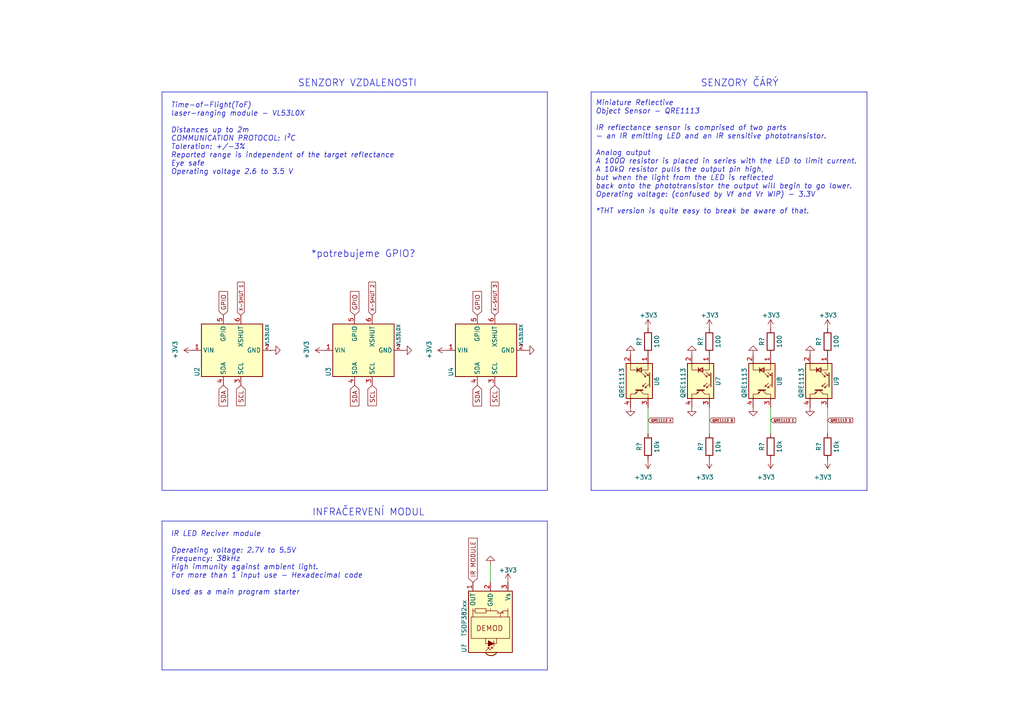
<source format=kicad_sch>
(kicad_sch (version 20230121) (generator eeschema)
  (paper "A4")
  (lib_symbols
    (symbol "+3V3_1" (power) (pin_names (offset 0))
      (property "Value" "+3V3_1" (at 0 3.556 0))
      (symbol "+3V3_1_0_1"
        (polyline (pts (xy -0.762 1.27) (xy 0 2.54)))
        (polyline (pts (xy 0 0) (xy 0 2.54)))
        (polyline (pts (xy 0 2.54) (xy 0.762 1.27)))
      )
      (symbol "+3V3_1_1_1"
        (pin power_in line (at 0 0 90) (length 0) hide (name "+3V3") (number "1"))
      )
    )
    (symbol "Device:R" (pin_numbers hide) (pin_names (offset 0))
      (property "Reference" "R" (at 2.032 0 90))
      (property "Value" "R" (at 0 0 90))
      (symbol "R_0_1"
        (rectangle (start -1.016 -2.54) (end 1.016 2.54) (stroke (width 0.254)))
      )
      (symbol "R_1_1"
        (pin passive line (at 0 3.81 270) (length 1.27) (name "~") (number "1"))
        (pin passive line (at 0 -3.81 90) (length 1.27) (name "~") (number "2"))
      )
    )
    (symbol "GND_1" (power) (pin_names (offset 0))
      (property "Value" "GND_1" (at 0 -3.81 0))
      (symbol "GND_1_0_1"
        (polyline (pts (xy 0 0) (xy 0 -1.27) (xy 1.27 -1.27) (xy 0 -2.54) (xy -1.27 -1.27) (xy 0 -1.27)))
      )
      (symbol "GND_1_1_1"
        (pin power_in line (at 0 0 270) (length 0) hide (name "GND") (number "1"))
      )
    )
    (symbol "Interface_Optical:TSOP382xx"
      (property "Reference" "U5" (at -7.62 7.62 0))
      (property "Value" "TSOP382xx" (at 5.08 7.62 0))
      (symbol "TSOP382xx_0_0"
        (arc (start -10.287 1.397) (mid -11.0899 -0.1852) (end -10.287 -1.778) (stroke (width 0.254)) (fill (type background)))
        (polyline (pts (xy 1.905 -5.08) (xy 0.127 -5.08)))
        (polyline (pts (xy 1.905 5.08) (xy 0.127 5.08)))
        (text "DEMOD" (at -3.175 0.254 900) (effects (font (size 1.524 1.524))))
      )
      (symbol "TSOP382xx_0_1"
        (rectangle (start -6.096 5.588) (end 0.127 -5.588))
        (polyline (pts (xy -8.763 0.381) (xy -9.652 1.27)))
        (polyline (pts (xy -8.763 0.381) (xy -9.271 0.381)))
        (polyline (pts (xy -8.763 0.381) (xy -8.763 0.889)))
        (polyline (pts (xy -8.636 -0.635) (xy -9.525 0.254)))
        (polyline (pts (xy -8.636 -0.635) (xy -9.144 -0.635)))
        (polyline (pts (xy -8.636 -0.635) (xy -8.636 -0.127)))
        (polyline (pts (xy -8.382 -1.016) (xy -6.731 -1.016)))
        (polyline (pts (xy 1.27 -2.921) (xy 0.127 -2.921)))
        (polyline (pts (xy 1.27 -1.905) (xy 1.27 -3.81)))
        (polyline (pts (xy 1.397 -3.556) (xy 1.524 -3.556)))
        (polyline (pts (xy 1.651 -3.556) (xy 1.524 -3.556)))
        (polyline (pts (xy 1.651 -3.556) (xy 1.651 -3.302)))
        (polyline (pts (xy 1.905 0) (xy 1.905 1.27)))
        (polyline (pts (xy 1.905 4.445) (xy 1.905 5.08) (xy 2.54 5.08)))
        (polyline (pts (xy -8.382 0.635) (xy -6.731 0.635) (xy -7.62 -1.016) (xy -8.382 0.635)) (fill (type outline)))
        (polyline (pts (xy -6.096 1.397) (xy -7.62 1.397) (xy -7.62 -1.778) (xy -6.096 -1.778)))
        (polyline (pts (xy 1.27 -3.175) (xy 1.905 -3.81) (xy 1.905 -5.08) (xy 2.54 -5.08)))
        (polyline (pts (xy 1.27 -2.54) (xy 1.905 -1.905) (xy 1.905 0) (xy 2.54 0)))
        (rectangle (start 2.54 1.27) (end 1.27 4.445))
        (rectangle (start 7.62 6.35) (end -10.16 -6.35) (stroke (width 0.254)) (fill (type background)))
      )
      (symbol "TSOP382xx_1_1"
        (pin output line (at 10.16 5.08 180) (length 2.54) (name "OUT") (number "1"))
        (pin power_in line (at 10.16 0 180) (length 2.54) (name "GND") (number "2"))
        (pin power_in line (at 10.16 -5.08 180) (length 2.54) (name "Vs") (number "3"))
      )
    )
    (symbol "Sensor_Proximity:QRE1113" (pin_names (offset 0.0254) hide)
      (property "Reference" "U" (at -3.81 5.08 0))
      (property "Value" "QRE1113" (at 8.89 5.08 0))
      (symbol "QRE1113_0_1"
        (polyline (pts (xy -3.81 -0.635) (xy -2.54 -0.635)) (stroke (width 0.254)))
        (polyline (pts (xy -2.286 2.921) (xy -2.032 3.175)))
        (polyline (pts (xy -1.778 2.921) (xy -1.524 3.175)))
        (polyline (pts (xy -1.524 2.667) (xy -1.651 2.159)))
        (polyline (pts (xy -1.27 2.921) (xy -1.016 3.175)))
        (polyline (pts (xy -1.143 1.905) (xy -1.27 1.397)))
        (polyline (pts (xy -0.762 2.921) (xy -0.508 3.175)))
        (polyline (pts (xy -0.254 2.921) (xy 0 3.175)))
        (polyline (pts (xy 0.254 2.921) (xy 0.508 3.175)))
        (polyline (pts (xy 0.762 2.921) (xy 1.016 3.175)))
        (polyline (pts (xy 1.27 2.921) (xy 1.524 3.175)))
        (polyline (pts (xy 1.651 0.889) (xy 1.143 1.016)))
        (polyline (pts (xy 1.778 2.921) (xy -2.413 2.921)))
        (polyline (pts (xy 2.032 1.651) (xy 1.524 1.778)))
        (polyline (pts (xy 2.667 -0.127) (xy 3.81 -1.27)))
        (polyline (pts (xy 2.667 0.127) (xy 3.81 1.27)))
        (polyline (pts (xy -2.54 1.651) (xy -1.524 2.667) (xy -2.032 2.54)))
        (polyline (pts (xy -2.159 0.889) (xy -1.143 1.905) (xy -1.651 1.778)))
        (polyline (pts (xy 0.635 1.905) (xy 1.651 0.889) (xy 1.524 1.397)))
        (polyline (pts (xy 1.016 2.667) (xy 2.032 1.651) (xy 1.905 2.159)))
        (polyline (pts (xy 2.667 1.016) (xy 2.667 -1.016) (xy 2.667 -1.016)) (stroke (width 0.3556)))
        (polyline (pts (xy 3.81 -1.27) (xy 3.81 -2.54) (xy 5.08 -2.54)))
        (polyline (pts (xy 3.81 1.27) (xy 3.81 2.54) (xy 5.08 2.54)))
        (polyline (pts (xy -5.08 -2.54) (xy -3.175 -2.54) (xy -3.175 2.54) (xy -5.08 2.54)))
        (polyline (pts (xy -3.175 -0.635) (xy -3.81 0.635) (xy -2.54 0.635) (xy -3.175 -0.635)) (stroke (width 0.254)))
        (polyline (pts (xy 3.683 -1.143) (xy 3.429 -0.635) (xy 3.175 -0.889) (xy 3.683 -1.143)))
        (polyline (pts (xy -5.08 -3.81) (xy 5.08 -3.81) (xy 5.08 3.81) (xy -5.08 3.81) (xy -5.08 -3.81)) (stroke (width 0.254)) (fill (type background)))
      )
      (symbol "QRE1113_1_1"
        (pin passive line (at -7.62 2.54 0) (length 2.54) (name "A") (number "1"))
        (pin passive line (at -7.62 -2.54 0) (length 2.54) (name "K") (number "2"))
        (pin open_collector line (at 7.62 2.54 180) (length 2.54) (name "~") (number "3"))
        (pin open_emitter line (at 7.62 -2.54 180) (length 2.54) (name "~") (number "4"))
      )
    )
    (symbol "power:+3V3" (power) (pin_names (offset 0))
      (property "Value" "+3V3" (at 0 3.556 0))
      (symbol "+3V3_0_1"
        (polyline (pts (xy -0.762 1.27) (xy 0 2.54)))
        (polyline (pts (xy 0 0) (xy 0 2.54)))
        (polyline (pts (xy 0 2.54) (xy 0.762 1.27)))
      )
      (symbol "+3V3_1_1"
        (pin power_in line (at 0 0 90) (length 0) hide (name "+3V3") (number "1"))
      )
    )
    (symbol "power:GND" (power) (pin_names (offset 0))
      (property "Value" "GND" (at 0 -3.81 0))
      (symbol "GND_0_1"
        (polyline (pts (xy 0 0) (xy 0 -1.27) (xy 1.27 -1.27) (xy 0 -2.54) (xy -1.27 -1.27) (xy 0 -1.27)))
      )
      (symbol "GND_1_1"
        (pin power_in line (at 0 0 270) (length 0) hide (name "GND") (number "1"))
      )
    )
    (symbol "sumec_library:GY-530_VL53L0X"
      (property "Reference" "U" (at -7.62 10.16 0))
      (property "Value" "VL53L0X" (at 7.62 -10.16 0))
      (symbol "GY-530_VL53L0X_0_1"
        (rectangle (start -7.62 8.89) (end 7.62 -8.89) (stroke (width 0.254)) (fill (type background)))
      )
      (symbol "GY-530_VL53L0X_1_1"
        (pin power_in line (at 0 11.43 270) (length 2.54) (name "VIN") (number "1"))
        (pin power_in line (at 0 -11.43 90) (length 2.54) (name "GND") (number "2"))
        (pin input line (at -10.16 -2.54 0) (length 2.54) (name "SCL") (number "3"))
        (pin bidirectional line (at -10.16 2.54 0) (length 2.54) (name "SDA") (number "4"))
        (pin open_collector line (at 10.16 2.54 180) (length 2.54) (name "GPIO") (number "5"))
        (pin input line (at 10.16 -2.54 180) (length 2.54) (name "XSHUT") (number "6"))
      )
    )
  )
  (wire (pts (xy 187.96 118.11) (xy 187.96 125.73)))
  (polyline (pts (xy 158.75 194.31) (xy 46.99 194.31)))
  (polyline (pts (xy 46.99 26.67) (xy 158.75 26.67)))
  (polyline (pts (xy 251.46 26.67) (xy 251.46 142.24)))
  (polyline (pts (xy 158.75 26.67) (xy 158.75 142.24)))
  (polyline (pts (xy 158.75 194.31) (xy 158.75 151.13)))
  (polyline (pts (xy 46.99 151.13) (xy 158.75 151.13)))
  (wire (pts (xy 223.52 118.11) (xy 223.52 125.73)))
  (polyline (pts (xy 171.45 26.67) (xy 251.46 26.67)))
  (wire (pts (xy 240.03 118.11) (xy 240.03 125.73)))
  (wire (pts (xy 205.74 118.11) (xy 205.74 125.73)))
  (polyline (pts (xy 171.45 142.24) (xy 251.46 142.24)))
  (polyline (pts (xy 46.99 142.24) (xy 46.99 26.67)))
  (polyline (pts (xy 171.45 26.67) (xy 171.45 142.24)))
  (wire (pts (xy 142.24 168.91) (xy 142.24 163.83)))
  (polyline (pts (xy 46.99 194.31) (xy 46.99 151.13)))
  (polyline (pts (xy 46.99 142.24) (xy 158.75 142.24)))
  (text "INFRAČERVENÍ MODUL" (at 123.19 149.86 0) (effects (font (size 2 2)) (justify right bottom)))
  (text "Time-of-Flight(ToF)\nlaser-ranging module - VL53L0X \n\nDistances up to 2m\nCOMMUNICATION PROTOCOL: I²C \nToleration: +/-3%\nReported range is independent of the target reflectance\nEye safe\nOperating voltage 2.6 to 3.5 V" (at 49.53 50.8 0) (effects (font (size 1.5 1.5) italic) (justify left bottom)))
  (text "*potrebujeme GPIO?" (at 90.17 74.93 0) (effects (font (size 2 2)) (justify left bottom)))
  (text "IR LED Reciver module\n\nOperating voltage: 2.7V to 5.5V\nFrequency: 38kHz \nHigh immunity against ambient light. \nFor more than 1 input use - Hexadecimal code\n\nUsed as a main program starter\n" (at 49.53 172.72 0) (effects (font (size 1.5 1.5) italic) (justify left bottom)))
  (text "SENZORY VZDALENOSTI" (at 86.36 25.4 0) (effects (font (size 2 2)) (justify left bottom)))
  (text "Miniature Reflective\nObject Sensor - QRE1113\n\nIR reflectance sensor is comprised of two parts \n- an IR emitting LED and an IR sensitive phototransistor.\n\nAnalog output\nA 100Ω resistor is placed in series with the LED to limit current.\nA 10kΩ resistor pulls the output pin high, \nbut when the light from the LED is reflected \nback onto the phototransistor the output will begin to go lower.\nOperating voltage: (confused by Vf and Vr WIP) - 3.3V\n\n*THT version is quite easy to break be aware of that." (at 172.72 62.23 0) (effects (font (size 1.5 1.5) italic) (justify left bottom)))
  (text "SENZORY ČÁRÝ\n" (at 203.2 25.4 0) (effects (font (size 2 2)) (justify left bottom)))
  (global_label "QRE1113 B" (shape input) (at 205.74 121.92 0) (effects (font (size 0.7 0.7))) (property "Intersheetrefs" "${INTERSHEET_REFS}" (effects hide)))
  (global_label "IR MODULE" (shape input) (at 137.16 168.91 90) (property "Intersheetrefs" "${INTERSHEET_REFS}" (effects hide)))
  (global_label "X-SHUT 1" (shape input) (at 69.85 91.44 90) (effects (font (size 1 1))) (property "Intersheetrefs" "${INTERSHEET_REFS}" (effects hide)))
  (global_label "GPIO" (shape input) (at 64.77 91.44 90) (property "Intersheetrefs" "${INTERSHEET_REFS}" (effects hide)))
  (global_label "QRE1113 D" (shape input) (at 240.03 121.92 0) (effects (font (size 0.7 0.7))) (property "Intersheetrefs" "${INTERSHEET_REFS}" (effects hide)))
  (global_label "SCL" (shape input) (at 107.95 111.76 270) (property "Intersheetrefs" "${INTERSHEET_REFS}" (effects hide)))
  (global_label "SDA" (shape input) (at 64.77 111.76 270) (property "Intersheetrefs" "${INTERSHEET_REFS}" (effects hide)))
  (global_label "GPIO" (shape input) (at 138.43 91.44 90) (property "Intersheetrefs" "${INTERSHEET_REFS}" (effects hide)))
  (global_label "GPIO" (shape input) (at 102.87 91.44 90) (property "Intersheetrefs" "${INTERSHEET_REFS}" (effects hide)))
  (global_label "SCL" (shape input) (at 69.85 111.76 270) (property "Intersheetrefs" "${INTERSHEET_REFS}" (effects hide)))
  (global_label "SCL" (shape input) (at 143.51 111.76 270) (property "Intersheetrefs" "${INTERSHEET_REFS}" (effects hide)))
  (global_label "SDA" (shape input) (at 102.87 111.76 270) (property "Intersheetrefs" "${INTERSHEET_REFS}" (effects hide)))
  (global_label "QRE1113 A" (shape input) (at 187.96 121.92 0) (effects (font (size 0.7 0.7))) (property "Intersheetrefs" "${INTERSHEET_REFS}" (effects hide)))
  (global_label "X-SHUT 2" (shape input) (at 107.95 91.44 90) (effects (font (size 1 1))) (property "Intersheetrefs" "${INTERSHEET_REFS}" (effects hide)))
  (global_label "X-SHUT 3" (shape input) (at 143.51 91.44 90) (effects (font (size 1 1))) (property "Intersheetrefs" "${INTERSHEET_REFS}" (effects hide)))
  (global_label "SDA" (shape input) (at 138.43 111.76 270) (property "Intersheetrefs" "${INTERSHEET_REFS}" (effects hide)))
  (global_label "QRE1113 C" (shape input) (at 223.52 121.92 0) (effects (font (size 0.7 0.7))) (property "Intersheetrefs" "${INTERSHEET_REFS}" (effects hide)))
  (symbol (lib_id "Device:R") (at 187.96 99.06 180) (unit 1)
    (property "Reference" "R?" (at 185.42 99.06 90))
    (property "Value" "100" (at 190.5 99.06 90))
    (property "Footprint" "Resistor_THT:R_Axial_DIN0207_L6.3mm_D2.5mm_P10.16mm_Horizontal" (effects hide))
    (instances (project "sumec" (path "" (reference "R?") (unit 1)) (path "" (reference "R2") (unit 1))))
  )
  (symbol (lib_id "power:GND") (at 116.84 101.6 90) (unit 1)
    (property "Reference" "#PWR?" (effects hide))
    (property "Value" "GND" (effects hide))
    (instances (project "sumec" (path "" (reference "#PWR?") (unit 1)) (path "" (reference "#PWR010") (unit 1))))
  )
  (symbol (lib_id "power:+3V3") (at 55.88 101.6 90) (unit 1)
    (property "Reference" "#PWR?" (effects hide))
    (property "Value" "+3V3" (at 50.8 104.14 0) (effects (justify left)))
    (instances (project "sumec" (path "" (reference "#PWR?") (unit 1)) (path "" (reference "#PWR07") (unit 1))))
  )
  (symbol (lib_name "GND_1") (lib_id "power:GND") (at 200.66 118.11 0) (unit 1)
    (property "Reference" "#PWR019" (effects hide))
    (property "Value" "GND" (effects hide))
  )
  (symbol (lib_id "power:+3V3") (at 205.74 133.35 180) (unit 1)
    (property "Reference" "#PWR?" (effects hide))
    (property "Value" "+3V3" (at 207.01 138.43 0) (effects (justify left)))
    (instances (project "sumec" (path "" (reference "#PWR?") (unit 1)) (path "" (reference "#PWR020") (unit 1))))
  )
  (symbol (lib_id "power:GND") (at 78.74 101.6 90) (unit 1)
    (property "Reference" "#PWR?" (effects hide))
    (property "Value" "GND" (effects hide))
    (instances (project "sumec" (path "" (reference "#PWR?") (unit 1)) (path "" (reference "#PWR08") (unit 1))))
  )
  (symbol (lib_id "power:+3V3") (at 240.03 95.25 0) (unit 1)
    (property "Reference" "#PWR?" (effects hide))
    (property "Value" "+3V3" (at 237.49 91.44 0) (effects (justify left)))
    (instances (project "sumec" (path "" (reference "#PWR?") (unit 1)) (path "" (reference "#PWR037") (unit 1))))
  )
  (symbol (lib_id "power:+3V3") (at 223.52 95.25 0) (unit 1)
    (property "Reference" "#PWR?" (effects hide))
    (property "Value" "+3V3" (at 220.98 91.44 0) (effects (justify left)))
    (instances (project "sumec" (path "" (reference "#PWR?") (unit 1)) (path "" (reference "#PWR036") (unit 1))))
  )
  (symbol (lib_id "Device:R") (at 240.03 129.54 180) (unit 1)
    (property "Reference" "R?" (at 237.49 129.54 90))
    (property "Value" "10k" (at 242.57 129.54 90))
    (property "Footprint" "Resistor_THT:R_Axial_DIN0207_L6.3mm_D2.5mm_P10.16mm_Horizontal" (effects hide))
    (instances (project "sumec" (path "" (reference "R?") (unit 1)) (path "" (reference "R9") (unit 1))))
  )
  (symbol (lib_id "sumec_library:GY-530_VL53L0X") (at 140.97 101.6 90) (unit 1)
    (property "Reference" "U4" (at 130.81 109.22 0) (effects (justify left)))
    (property "Value" "VL53L0X" (at 151.13 93.98 0) (effects (font (size 1 1)) (justify right)))
    (property "Footprint" "sumec_library:GY-530 VL53L0X" (effects hide))
  )
  (symbol (lib_id "Device:R") (at 240.03 99.06 180) (unit 1)
    (property "Reference" "R?" (at 237.49 99.06 90))
    (property "Value" "100" (at 242.57 99.06 90))
    (property "Footprint" "Resistor_THT:R_Axial_DIN0207_L6.3mm_D2.5mm_P10.16mm_Horizontal" (effects hide))
    (instances (project "sumec" (path "" (reference "R?") (unit 1)) (path "" (reference "R8") (unit 1))))
  )
  (symbol (lib_id "Interface_Optical:TSOP382xx") (at 142.24 179.07 90) (unit 1)
    (property "Reference" "U?" (at 134.62 186.69 0) (effects (justify right)))
    (property "Value" "TSOP382xx" (at 134.62 173.99 0) (effects (justify right)))
    (property "Footprint" "Connector_PinSocket_2.54mm:PinSocket_1x03_P2.54mm_Vertical" (effects hide))
    (property "Datasheet" "http://www.vishay.com/docs/82491/tsop382.pdf" (effects hide))
    (instances (project "sumec" (path "" (reference "U?") (unit 1)) (path "" (reference "U5") (unit 1))))
  )
  (symbol (lib_id "power:+3V3") (at 205.74 95.25 0) (unit 1)
    (property "Reference" "#PWR?" (effects hide))
    (property "Value" "+3V3" (at 203.2 91.44 0) (effects (justify left)))
    (instances (project "sumec" (path "" (reference "#PWR?") (unit 1)) (path "" (reference "#PWR035") (unit 1))))
  )
  (symbol (lib_id "Device:R") (at 187.96 129.54 180) (unit 1)
    (property "Reference" "R?" (at 185.42 129.54 90))
    (property "Value" "10k" (at 190.5 129.54 90))
    (property "Footprint" "Resistor_THT:R_Axial_DIN0207_L6.3mm_D2.5mm_P10.16mm_Horizontal" (effects hide))
    (instances (project "sumec" (path "" (reference "R?") (unit 1)) (path "" (reference "R3") (unit 1))))
  )
  (symbol (lib_name "GND_1") (lib_id "power:GND") (at 182.88 102.87 180) (unit 1)
    (property "Reference" "#PWR015" (effects hide))
    (property "Value" "GND" (effects hide))
  )
  (symbol (lib_name "GND_1") (lib_id "power:GND") (at 200.66 102.87 180) (unit 1)
    (property "Reference" "#PWR018" (effects hide))
    (property "Value" "GND" (effects hide))
  )
  (symbol (lib_name "GND_1") (lib_id "power:GND") (at 182.88 118.11 0) (unit 1)
    (property "Reference" "#PWR016" (effects hide))
    (property "Value" "GND" (effects hide))
  )
  (symbol (lib_name "GND_1") (lib_id "power:GND") (at 234.95 102.87 180) (unit 1)
    (property "Reference" "#PWR025" (effects hide))
    (property "Value" "GND" (effects hide))
  )
  (symbol (lib_id "Device:R") (at 205.74 99.06 180) (unit 1)
    (property "Reference" "R?" (at 203.2 99.06 90))
    (property "Value" "100" (at 208.28 99.06 90))
    (property "Footprint" "Resistor_THT:R_Axial_DIN0207_L6.3mm_D2.5mm_P10.16mm_Horizontal" (effects hide))
    (instances (project "sumec" (path "" (reference "R?") (unit 1)) (path "" (reference "R4") (unit 1))))
  )
  (symbol (lib_id "power:GND") (at 142.24 163.83 180) (unit 1)
    (property "Reference" "#PWR?" (effects hide))
    (property "Value" "GND" (effects hide))
    (instances (project "sumec" (path "" (reference "#PWR?") (unit 1)) (path "" (reference "#PWR012") (unit 1))))
  )
  (symbol (lib_id "Sensor_Proximity:QRE1113") (at 185.42 110.49 270) (unit 1)
    (property "Reference" "U6" (at 190.5 109.22 0) (effects (justify left)))
    (property "Value" "QRE1113" (at 180.34 106.68 0) (effects (justify left)))
    (property "Footprint" "sumec_library:OnSemi_CASE100AQ - QRE1113" (effects hide))
    (property "Datasheet" "http://www.onsemi.com/pub/Collateral/QRE1113-D.PDF" (effects hide))
  )
  (symbol (lib_id "power:+3V3") (at 93.98 101.6 90) (unit 1)
    (property "Reference" "#PWR?" (effects hide))
    (property "Value" "+3V3" (at 88.9 104.14 0) (effects (justify left)))
    (instances (project "sumec" (path "" (reference "#PWR?") (unit 1)) (path "" (reference "#PWR09") (unit 1))))
  )
  (symbol (lib_id "Sensor_Proximity:QRE1113") (at 237.49 110.49 270) (unit 1)
    (property "Reference" "U9" (at 242.57 109.22 0) (effects (justify left)))
    (property "Value" "QRE1113" (at 232.41 106.68 0) (effects (justify left)))
    (property "Footprint" "sumec_library:OnSemi_CASE100AQ - QRE1113" (effects hide))
    (property "Datasheet" "http://www.onsemi.com/pub/Collateral/QRE1113-D.PDF" (effects hide))
  )
  (symbol (lib_name "+3V3_1") (lib_id "power:+3V3") (at 147.32 168.91 0) (unit 1)
    (property "Reference" "#PWR?" (effects hide))
    (property "Value" "+3V3" (at 147.32 165.354 0))
    (instances (project "sumec" (path "" (reference "#PWR?") (unit 1)) (path "" (reference "#PWR013") (unit 1))))
  )
  (symbol (lib_id "power:+3V3") (at 223.52 133.35 180) (unit 1)
    (property "Reference" "#PWR?" (effects hide))
    (property "Value" "+3V3" (at 224.79 138.43 0) (effects (justify left)))
    (instances (project "sumec" (path "" (reference "#PWR?") (unit 1)) (path "" (reference "#PWR024") (unit 1))))
  )
  (symbol (lib_name "GND_1") (lib_id "power:GND") (at 218.44 102.87 180) (unit 1)
    (property "Reference" "#PWR021" (effects hide))
    (property "Value" "GND" (effects hide))
  )
  (symbol (lib_id "power:+3V3") (at 187.96 133.35 180) (unit 1)
    (property "Reference" "#PWR?" (effects hide))
    (property "Value" "+3V3" (at 189.23 138.43 0) (effects (justify left)))
    (instances (project "sumec" (path "" (reference "#PWR?") (unit 1)) (path "" (reference "#PWR017") (unit 1))))
  )
  (symbol (lib_id "power:+3V3") (at 240.03 133.35 180) (unit 1)
    (property "Reference" "#PWR?" (effects hide))
    (property "Value" "+3V3" (at 241.3 138.43 0) (effects (justify left)))
    (instances (project "sumec" (path "" (reference "#PWR?") (unit 1)) (path "" (reference "#PWR027") (unit 1))))
  )
  (symbol (lib_id "sumec_library:GY-530_VL53L0X") (at 67.31 101.6 90) (unit 1)
    (property "Reference" "U2" (at 57.15 109.22 0) (effects (justify left)))
    (property "Value" "VL53L0X" (at 77.47 93.98 0) (effects (font (size 1 1)) (justify right)))
    (property "Footprint" "sumec_library:GY-530 VL53L0X" (effects hide))
  )
  (symbol (lib_name "GND_1") (lib_id "power:GND") (at 218.44 118.11 0) (unit 1)
    (property "Reference" "#PWR022" (effects hide))
    (property "Value" "GND" (effects hide))
  )
  (symbol (lib_id "power:+3V3") (at 187.96 95.25 0) (unit 1)
    (property "Reference" "#PWR?" (effects hide))
    (property "Value" "+3V3" (at 185.42 91.44 0) (effects (justify left)))
    (instances (project "sumec" (path "" (reference "#PWR?") (unit 1)) (path "" (reference "#PWR023") (unit 1))))
  )
  (symbol (lib_id "Device:R") (at 223.52 129.54 180) (unit 1)
    (property "Reference" "R?" (at 220.98 129.54 90))
    (property "Value" "10k" (at 226.06 129.54 90))
    (property "Footprint" "Resistor_THT:R_Axial_DIN0207_L6.3mm_D2.5mm_P10.16mm_Horizontal" (effects hide))
    (instances (project "sumec" (path "" (reference "R?") (unit 1)) (path "" (reference "R7") (unit 1))))
  )
  (symbol (lib_id "Sensor_Proximity:QRE1113") (at 220.98 110.49 270) (unit 1)
    (property "Reference" "U8" (at 226.06 109.22 0) (effects (justify left)))
    (property "Value" "QRE1113" (at 215.9 106.68 0) (effects (justify left)))
    (property "Footprint" "sumec_library:OnSemi_CASE100AQ - QRE1113" (effects hide))
    (property "Datasheet" "http://www.onsemi.com/pub/Collateral/QRE1113-D.PDF" (effects hide))
  )
  (symbol (lib_id "power:+3V3") (at 129.54 101.6 90) (unit 1)
    (property "Reference" "#PWR?" (effects hide))
    (property "Value" "+3V3" (at 124.46 104.14 0) (effects (justify left)))
    (instances (project "sumec" (path "" (reference "#PWR?") (unit 1)) (path "" (reference "#PWR011") (unit 1))))
  )
  (symbol (lib_name "GND_1") (lib_id "power:GND") (at 234.95 118.11 0) (unit 1)
    (property "Reference" "#PWR026" (effects hide))
    (property "Value" "GND" (effects hide))
  )
  (symbol (lib_id "power:GND") (at 152.4 101.6 90) (unit 1)
    (property "Reference" "#PWR?" (effects hide))
    (property "Value" "GND" (effects hide))
    (instances (project "sumec" (path "" (reference "#PWR?") (unit 1)) (path "" (reference "#PWR014") (unit 1))))
  )
  (symbol (lib_id "Device:R") (at 205.74 129.54 180) (unit 1)
    (property "Reference" "R?" (at 203.2 129.54 90))
    (property "Value" "10k" (at 208.28 129.54 90))
    (property "Footprint" "Resistor_THT:R_Axial_DIN0207_L6.3mm_D2.5mm_P10.16mm_Horizontal" (effects hide))
    (instances (project "sumec" (path "" (reference "R?") (unit 1)) (path "" (reference "R5") (unit 1))))
  )
  (symbol (lib_id "sumec_library:GY-530_VL53L0X") (at 105.41 101.6 90) (unit 1)
    (property "Reference" "U3" (at 95.25 109.22 0) (effects (justify left)))
    (property "Value" "VL53L0X" (at 115.57 93.98 0) (effects (font (size 1 1)) (justify right)))
    (property "Footprint" "sumec_library:GY-530 VL53L0X" (effects hide))
  )
  (symbol (lib_id "Device:R") (at 223.52 99.06 180) (unit 1)
    (property "Reference" "R?" (at 220.98 99.06 90))
    (property "Value" "100" (at 226.06 99.06 90))
    (property "Footprint" "Resistor_THT:R_Axial_DIN0207_L6.3mm_D2.5mm_P10.16mm_Horizontal" (effects hide))
    (instances (project "sumec" (path "" (reference "R?") (unit 1)) (path "" (reference "R6") (unit 1))))
  )
  (symbol (lib_id "Sensor_Proximity:QRE1113") (at 203.2 110.49 270) (unit 1)
    (property "Reference" "U7" (at 208.28 109.22 0) (effects (justify left)))
    (property "Value" "QRE1113" (at 198.12 106.68 0) (effects (justify left)))
    (property "Footprint" "sumec_library:OnSemi_CASE100AQ - QRE1113" (effects hide))
    (property "Datasheet" "http://www.onsemi.com/pub/Collateral/QRE1113-D.PDF" (effects hide))
  )
)
</source>
